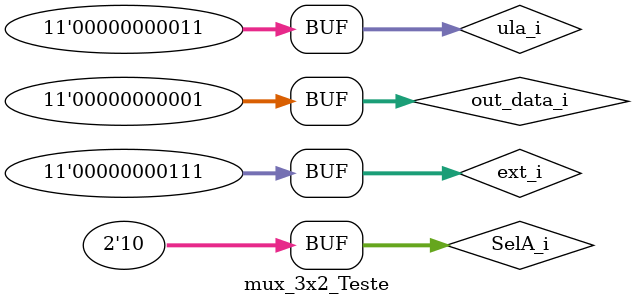
<source format=v>
`timescale 10 ns / 10 ns

module mux_3x2_Teste;

//Inputs
reg [10:0] out_data_i;
reg [10:0] ext_i;
reg [10:0] ula_i;
reg [1:0] SelA_i;

//Outputs
wire [10:0] mux_3x2_o;//Saída do mux

mux_3x2 DUT(out_data_i,ext_i, ula_i, SelA_i, mux_3x2_o);
initial
	begin
		out_data_i = 11'b1;
		ext_i = 11'b10;
		ula_i = 11'b11;
		SelA_i = 2'b0;
		
		#10 SelA_i = 2'b1;
		
		#10 SelA_i = 2'b10;
		
		#10 ext_i = 11'b111;
		
		#10 ext_i = 11'b111;
		
	end
endmodule 
</source>
